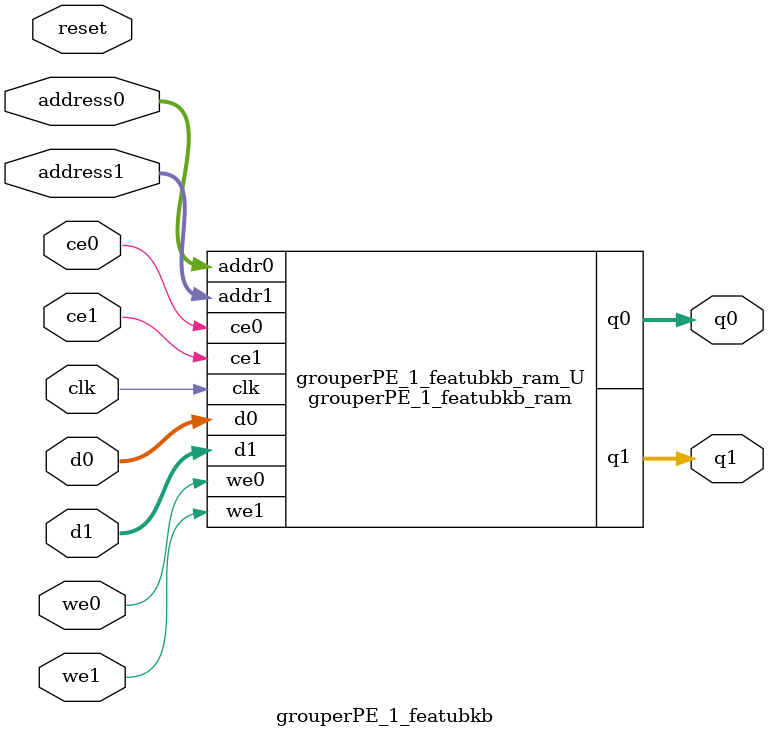
<source format=v>

`timescale 1 ns / 1 ps
module grouperPE_1_featubkb_ram (addr0, ce0, d0, we0, q0, addr1, ce1, d1, we1, q1,  clk);

parameter DWIDTH = 8;
parameter AWIDTH = 12;
parameter MEM_SIZE = 4096;

input[AWIDTH-1:0] addr0;
input ce0;
input[DWIDTH-1:0] d0;
input we0;
output reg[DWIDTH-1:0] q0;
input[AWIDTH-1:0] addr1;
input ce1;
input[DWIDTH-1:0] d1;
input we1;
output reg[DWIDTH-1:0] q1;
input clk;

(* ram_style = "block" *)reg [DWIDTH-1:0] ram[0:MEM_SIZE-1];




always @(posedge clk)  
begin 
    if (ce0) 
    begin
        if (we0) 
        begin 
            ram[addr0] <= d0; 
            q0 <= d0;
        end 
        else 
            q0 <= ram[addr0];
    end
end


always @(posedge clk)  
begin 
    if (ce1) 
    begin
        if (we1) 
        begin 
            ram[addr1] <= d1; 
            q1 <= d1;
        end 
        else 
            q1 <= ram[addr1];
    end
end


endmodule


`timescale 1 ns / 1 ps
module grouperPE_1_featubkb(
    reset,
    clk,
    address0,
    ce0,
    we0,
    d0,
    q0,
    address1,
    ce1,
    we1,
    d1,
    q1);

parameter DataWidth = 32'd8;
parameter AddressRange = 32'd4096;
parameter AddressWidth = 32'd12;
input reset;
input clk;
input[AddressWidth - 1:0] address0;
input ce0;
input we0;
input[DataWidth - 1:0] d0;
output[DataWidth - 1:0] q0;
input[AddressWidth - 1:0] address1;
input ce1;
input we1;
input[DataWidth - 1:0] d1;
output[DataWidth - 1:0] q1;



grouperPE_1_featubkb_ram grouperPE_1_featubkb_ram_U(
    .clk( clk ),
    .addr0( address0 ),
    .ce0( ce0 ),
    .we0( we0 ),
    .d0( d0 ),
    .q0( q0 ),
    .addr1( address1 ),
    .ce1( ce1 ),
    .we1( we1 ),
    .d1( d1 ),
    .q1( q1 ));

endmodule


</source>
